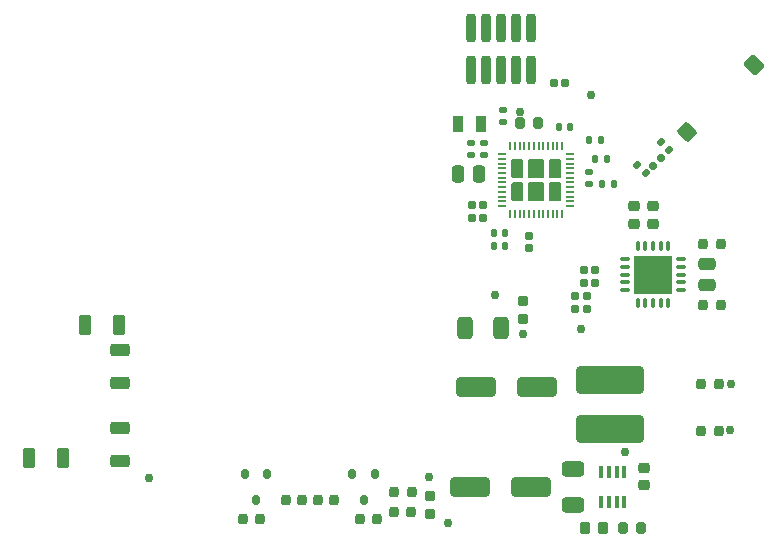
<source format=gtp>
G04 Layer_Color=8421504*
%FSLAX44Y44*%
%MOMM*%
G71*
G01*
G75*
G04:AMPARAMS|DCode=19|XSize=0.6mm|YSize=0.6mm|CornerRadius=0.075mm|HoleSize=0mm|Usage=FLASHONLY|Rotation=90.000|XOffset=0mm|YOffset=0mm|HoleType=Round|Shape=RoundedRectangle|*
%AMROUNDEDRECTD19*
21,1,0.6000,0.4500,0,0,90.0*
21,1,0.4500,0.6000,0,0,90.0*
1,1,0.1500,0.2250,0.2250*
1,1,0.1500,0.2250,-0.2250*
1,1,0.1500,-0.2250,-0.2250*
1,1,0.1500,-0.2250,0.2250*
%
%ADD19ROUNDEDRECTD19*%
G04:AMPARAMS|DCode=21|XSize=2.4mm|YSize=0.8mm|CornerRadius=0.2mm|HoleSize=0mm|Usage=FLASHONLY|Rotation=270.000|XOffset=0mm|YOffset=0mm|HoleType=Round|Shape=RoundedRectangle|*
%AMROUNDEDRECTD21*
21,1,2.4000,0.4000,0,0,270.0*
21,1,2.0000,0.8000,0,0,270.0*
1,1,0.4000,-0.2000,-1.0000*
1,1,0.4000,-0.2000,1.0000*
1,1,0.4000,0.2000,1.0000*
1,1,0.4000,0.2000,-1.0000*
%
%ADD21ROUNDEDRECTD21*%
G04:AMPARAMS|DCode=22|XSize=0.3mm|YSize=0.8mm|CornerRadius=0.045mm|HoleSize=0mm|Usage=FLASHONLY|Rotation=270.000|XOffset=0mm|YOffset=0mm|HoleType=Round|Shape=RoundedRectangle|*
%AMROUNDEDRECTD22*
21,1,0.3000,0.7100,0,0,270.0*
21,1,0.2100,0.8000,0,0,270.0*
1,1,0.0900,-0.3550,-0.1050*
1,1,0.0900,-0.3550,0.1050*
1,1,0.0900,0.3550,0.1050*
1,1,0.0900,0.3550,-0.1050*
%
%ADD22ROUNDEDRECTD22*%
G04:AMPARAMS|DCode=23|XSize=0.3mm|YSize=0.8mm|CornerRadius=0.045mm|HoleSize=0mm|Usage=FLASHONLY|Rotation=180.000|XOffset=0mm|YOffset=0mm|HoleType=Round|Shape=RoundedRectangle|*
%AMROUNDEDRECTD23*
21,1,0.3000,0.7100,0,0,180.0*
21,1,0.2100,0.8000,0,0,180.0*
1,1,0.0900,-0.1050,0.3550*
1,1,0.0900,0.1050,0.3550*
1,1,0.0900,0.1050,-0.3550*
1,1,0.0900,-0.1050,-0.3550*
%
%ADD23ROUNDEDRECTD23*%
%ADD24R,3.2500X3.2500*%
G04:AMPARAMS|DCode=25|XSize=0.42mm|YSize=1.1mm|CornerRadius=0.105mm|HoleSize=0mm|Usage=FLASHONLY|Rotation=0.000|XOffset=0mm|YOffset=0mm|HoleType=Round|Shape=RoundedRectangle|*
%AMROUNDEDRECTD25*
21,1,0.4200,0.8900,0,0,0.0*
21,1,0.2100,1.1000,0,0,0.0*
1,1,0.2100,0.1050,-0.4450*
1,1,0.2100,-0.1050,-0.4450*
1,1,0.2100,-0.1050,0.4450*
1,1,0.2100,0.1050,0.4450*
%
%ADD25ROUNDEDRECTD25*%
G04:AMPARAMS|DCode=26|XSize=0.9mm|YSize=0.8mm|CornerRadius=0.2mm|HoleSize=0mm|Usage=FLASHONLY|Rotation=90.000|XOffset=0mm|YOffset=0mm|HoleType=Round|Shape=RoundedRectangle|*
%AMROUNDEDRECTD26*
21,1,0.9000,0.4000,0,0,90.0*
21,1,0.5000,0.8000,0,0,90.0*
1,1,0.4000,0.2000,0.2500*
1,1,0.4000,0.2000,-0.2500*
1,1,0.4000,-0.2000,-0.2500*
1,1,0.4000,-0.2000,0.2500*
%
%ADD26ROUNDEDRECTD26*%
G04:AMPARAMS|DCode=27|XSize=0.6mm|YSize=0.6mm|CornerRadius=0.075mm|HoleSize=0mm|Usage=FLASHONLY|Rotation=135.000|XOffset=0mm|YOffset=0mm|HoleType=Round|Shape=RoundedRectangle|*
%AMROUNDEDRECTD27*
21,1,0.6000,0.4500,0,0,135.0*
21,1,0.4500,0.6000,0,0,135.0*
1,1,0.1500,0.0000,0.3182*
1,1,0.1500,0.3182,0.0000*
1,1,0.1500,0.0000,-0.3182*
1,1,0.1500,-0.3182,0.0000*
%
%ADD27ROUNDEDRECTD27*%
G04:AMPARAMS|DCode=28|XSize=0.6mm|YSize=0.6mm|CornerRadius=0.075mm|HoleSize=0mm|Usage=FLASHONLY|Rotation=180.000|XOffset=0mm|YOffset=0mm|HoleType=Round|Shape=RoundedRectangle|*
%AMROUNDEDRECTD28*
21,1,0.6000,0.4500,0,0,180.0*
21,1,0.4500,0.6000,0,0,180.0*
1,1,0.1500,-0.2250,0.2250*
1,1,0.1500,0.2250,0.2250*
1,1,0.1500,0.2250,-0.2250*
1,1,0.1500,-0.2250,-0.2250*
%
%ADD28ROUNDEDRECTD28*%
G04:AMPARAMS|DCode=29|XSize=1.7mm|YSize=1.05mm|CornerRadius=0.2625mm|HoleSize=0mm|Usage=FLASHONLY|Rotation=0.000|XOffset=0mm|YOffset=0mm|HoleType=Round|Shape=RoundedRectangle|*
%AMROUNDEDRECTD29*
21,1,1.7000,0.5250,0,0,0.0*
21,1,1.1750,1.0500,0,0,0.0*
1,1,0.5250,0.5875,-0.2625*
1,1,0.5250,-0.5875,-0.2625*
1,1,0.5250,-0.5875,0.2625*
1,1,0.5250,0.5875,0.2625*
%
%ADD29ROUNDEDRECTD29*%
G04:AMPARAMS|DCode=30|XSize=1.7mm|YSize=1.05mm|CornerRadius=0.2625mm|HoleSize=0mm|Usage=FLASHONLY|Rotation=90.000|XOffset=0mm|YOffset=0mm|HoleType=Round|Shape=RoundedRectangle|*
%AMROUNDEDRECTD30*
21,1,1.7000,0.5250,0,0,90.0*
21,1,1.1750,1.0500,0,0,90.0*
1,1,0.5250,0.2625,0.5875*
1,1,0.5250,0.2625,-0.5875*
1,1,0.5250,-0.2625,-0.5875*
1,1,0.5250,-0.2625,0.5875*
%
%ADD30ROUNDEDRECTD30*%
G04:AMPARAMS|DCode=31|XSize=0.9mm|YSize=0.8mm|CornerRadius=0.2mm|HoleSize=0mm|Usage=FLASHONLY|Rotation=180.000|XOffset=0mm|YOffset=0mm|HoleType=Round|Shape=RoundedRectangle|*
%AMROUNDEDRECTD31*
21,1,0.9000,0.4000,0,0,180.0*
21,1,0.5000,0.8000,0,0,180.0*
1,1,0.4000,-0.2500,0.2000*
1,1,0.4000,0.2500,0.2000*
1,1,0.4000,0.2500,-0.2000*
1,1,0.4000,-0.2500,-0.2000*
%
%ADD31ROUNDEDRECTD31*%
G04:AMPARAMS|DCode=32|XSize=1mm|YSize=0.9mm|CornerRadius=0.225mm|HoleSize=0mm|Usage=FLASHONLY|Rotation=90.000|XOffset=0mm|YOffset=0mm|HoleType=Round|Shape=RoundedRectangle|*
%AMROUNDEDRECTD32*
21,1,1.0000,0.4500,0,0,90.0*
21,1,0.5500,0.9000,0,0,90.0*
1,1,0.4500,0.2250,0.2750*
1,1,0.4500,0.2250,-0.2750*
1,1,0.4500,-0.2250,-0.2750*
1,1,0.4500,-0.2250,0.2750*
%
%ADD32ROUNDEDRECTD32*%
G04:AMPARAMS|DCode=33|XSize=0.62mm|YSize=0.56mm|CornerRadius=0.14mm|HoleSize=0mm|Usage=FLASHONLY|Rotation=0.000|XOffset=0mm|YOffset=0mm|HoleType=Round|Shape=RoundedRectangle|*
%AMROUNDEDRECTD33*
21,1,0.6200,0.2800,0,0,0.0*
21,1,0.3400,0.5600,0,0,0.0*
1,1,0.2800,0.1700,-0.1400*
1,1,0.2800,-0.1700,-0.1400*
1,1,0.2800,-0.1700,0.1400*
1,1,0.2800,0.1700,0.1400*
%
%ADD33ROUNDEDRECTD33*%
G04:AMPARAMS|DCode=34|XSize=1.42mm|YSize=0.89mm|CornerRadius=0.2225mm|HoleSize=0mm|Usage=FLASHONLY|Rotation=270.000|XOffset=0mm|YOffset=0mm|HoleType=Round|Shape=RoundedRectangle|*
%AMROUNDEDRECTD34*
21,1,1.4200,0.4450,0,0,270.0*
21,1,0.9750,0.8900,0,0,270.0*
1,1,0.4450,-0.2225,-0.4875*
1,1,0.4450,-0.2225,0.4875*
1,1,0.4450,0.2225,0.4875*
1,1,0.4450,0.2225,-0.4875*
%
%ADD34ROUNDEDRECTD34*%
G04:AMPARAMS|DCode=35|XSize=0.62mm|YSize=0.56mm|CornerRadius=0.14mm|HoleSize=0mm|Usage=FLASHONLY|Rotation=90.000|XOffset=0mm|YOffset=0mm|HoleType=Round|Shape=RoundedRectangle|*
%AMROUNDEDRECTD35*
21,1,0.6200,0.2800,0,0,90.0*
21,1,0.3400,0.5600,0,0,90.0*
1,1,0.2800,0.1400,0.1700*
1,1,0.2800,0.1400,-0.1700*
1,1,0.2800,-0.1400,-0.1700*
1,1,0.2800,-0.1400,0.1700*
%
%ADD35ROUNDEDRECTD35*%
G04:AMPARAMS|DCode=36|XSize=5.7mm|YSize=2.35mm|CornerRadius=0.2938mm|HoleSize=0mm|Usage=FLASHONLY|Rotation=180.000|XOffset=0mm|YOffset=0mm|HoleType=Round|Shape=RoundedRectangle|*
%AMROUNDEDRECTD36*
21,1,5.7000,1.7625,0,0,180.0*
21,1,5.1125,2.3500,0,0,180.0*
1,1,0.5875,-2.5562,0.8812*
1,1,0.5875,2.5562,0.8812*
1,1,0.5875,2.5562,-0.8812*
1,1,0.5875,-2.5562,-0.8812*
%
%ADD36ROUNDEDRECTD36*%
G04:AMPARAMS|DCode=38|XSize=0.2mm|YSize=0.7mm|CornerRadius=0.05mm|HoleSize=0mm|Usage=FLASHONLY|Rotation=0.000|XOffset=0mm|YOffset=0mm|HoleType=Round|Shape=RoundedRectangle|*
%AMROUNDEDRECTD38*
21,1,0.2000,0.6000,0,0,0.0*
21,1,0.1000,0.7000,0,0,0.0*
1,1,0.1000,0.0500,-0.3000*
1,1,0.1000,-0.0500,-0.3000*
1,1,0.1000,-0.0500,0.3000*
1,1,0.1000,0.0500,0.3000*
%
%ADD38ROUNDEDRECTD38*%
G04:AMPARAMS|DCode=39|XSize=0.2mm|YSize=0.7mm|CornerRadius=0.05mm|HoleSize=0mm|Usage=FLASHONLY|Rotation=90.000|XOffset=0mm|YOffset=0mm|HoleType=Round|Shape=RoundedRectangle|*
%AMROUNDEDRECTD39*
21,1,0.2000,0.6000,0,0,90.0*
21,1,0.1000,0.7000,0,0,90.0*
1,1,0.1000,0.3000,0.0500*
1,1,0.1000,0.3000,-0.0500*
1,1,0.1000,-0.3000,-0.0500*
1,1,0.1000,-0.3000,0.0500*
%
%ADD39ROUNDEDRECTD39*%
G04:AMPARAMS|DCode=40|XSize=0.95mm|YSize=0.85mm|CornerRadius=0.2125mm|HoleSize=0mm|Usage=FLASHONLY|Rotation=180.000|XOffset=0mm|YOffset=0mm|HoleType=Round|Shape=RoundedRectangle|*
%AMROUNDEDRECTD40*
21,1,0.9500,0.4250,0,0,180.0*
21,1,0.5250,0.8500,0,0,180.0*
1,1,0.4250,-0.2625,0.2125*
1,1,0.4250,0.2625,0.2125*
1,1,0.4250,0.2625,-0.2125*
1,1,0.4250,-0.2625,-0.2125*
%
%ADD40ROUNDEDRECTD40*%
G04:AMPARAMS|DCode=41|XSize=1.45mm|YSize=1mm|CornerRadius=0.25mm|HoleSize=0mm|Usage=FLASHONLY|Rotation=180.000|XOffset=0mm|YOffset=0mm|HoleType=Round|Shape=RoundedRectangle|*
%AMROUNDEDRECTD41*
21,1,1.4500,0.5000,0,0,180.0*
21,1,0.9500,1.0000,0,0,180.0*
1,1,0.5000,-0.4750,0.2500*
1,1,0.5000,0.4750,0.2500*
1,1,0.5000,0.4750,-0.2500*
1,1,0.5000,-0.4750,-0.2500*
%
%ADD41ROUNDEDRECTD41*%
G04:AMPARAMS|DCode=42|XSize=0.65mm|YSize=0.55mm|CornerRadius=0.1375mm|HoleSize=0mm|Usage=FLASHONLY|Rotation=90.000|XOffset=0mm|YOffset=0mm|HoleType=Round|Shape=RoundedRectangle|*
%AMROUNDEDRECTD42*
21,1,0.6500,0.2750,0,0,90.0*
21,1,0.3750,0.5500,0,0,90.0*
1,1,0.2750,0.1375,0.1875*
1,1,0.2750,0.1375,-0.1875*
1,1,0.2750,-0.1375,-0.1875*
1,1,0.2750,-0.1375,0.1875*
%
%ADD42ROUNDEDRECTD42*%
G04:AMPARAMS|DCode=43|XSize=1.45mm|YSize=1mm|CornerRadius=0.25mm|HoleSize=0mm|Usage=FLASHONLY|Rotation=270.000|XOffset=0mm|YOffset=0mm|HoleType=Round|Shape=RoundedRectangle|*
%AMROUNDEDRECTD43*
21,1,1.4500,0.5000,0,0,270.0*
21,1,0.9500,1.0000,0,0,270.0*
1,1,0.5000,-0.2500,-0.4750*
1,1,0.5000,-0.2500,0.4750*
1,1,0.5000,0.2500,0.4750*
1,1,0.5000,0.2500,-0.4750*
%
%ADD43ROUNDEDRECTD43*%
G04:AMPARAMS|DCode=44|XSize=0.65mm|YSize=0.55mm|CornerRadius=0.1375mm|HoleSize=0mm|Usage=FLASHONLY|Rotation=0.000|XOffset=0mm|YOffset=0mm|HoleType=Round|Shape=RoundedRectangle|*
%AMROUNDEDRECTD44*
21,1,0.6500,0.2750,0,0,0.0*
21,1,0.3750,0.5500,0,0,0.0*
1,1,0.2750,0.1875,-0.1375*
1,1,0.2750,-0.1875,-0.1375*
1,1,0.2750,-0.1875,0.1375*
1,1,0.2750,0.1875,0.1375*
%
%ADD44ROUNDEDRECTD44*%
G04:AMPARAMS|DCode=45|XSize=0.95mm|YSize=0.85mm|CornerRadius=0.2125mm|HoleSize=0mm|Usage=FLASHONLY|Rotation=90.000|XOffset=0mm|YOffset=0mm|HoleType=Round|Shape=RoundedRectangle|*
%AMROUNDEDRECTD45*
21,1,0.9500,0.4250,0,0,90.0*
21,1,0.5250,0.8500,0,0,90.0*
1,1,0.4250,0.2125,0.2625*
1,1,0.4250,0.2125,-0.2625*
1,1,0.4250,-0.2125,-0.2625*
1,1,0.4250,-0.2125,0.2625*
%
%ADD45ROUNDEDRECTD45*%
G04:AMPARAMS|DCode=46|XSize=0.65mm|YSize=0.55mm|CornerRadius=0.1375mm|HoleSize=0mm|Usage=FLASHONLY|Rotation=225.000|XOffset=0mm|YOffset=0mm|HoleType=Round|Shape=RoundedRectangle|*
%AMROUNDEDRECTD46*
21,1,0.6500,0.2750,0,0,225.0*
21,1,0.3750,0.5500,0,0,225.0*
1,1,0.2750,-0.2298,-0.0353*
1,1,0.2750,0.0353,0.2298*
1,1,0.2750,0.2298,0.0353*
1,1,0.2750,-0.0353,-0.2298*
%
%ADD46ROUNDEDRECTD46*%
G04:AMPARAMS|DCode=47|XSize=1.65mm|YSize=3.35mm|CornerRadius=0.33mm|HoleSize=0mm|Usage=FLASHONLY|Rotation=270.000|XOffset=0mm|YOffset=0mm|HoleType=Round|Shape=RoundedRectangle|*
%AMROUNDEDRECTD47*
21,1,1.6500,2.6900,0,0,270.0*
21,1,0.9900,3.3500,0,0,270.0*
1,1,0.6600,-1.3450,-0.4950*
1,1,0.6600,-1.3450,0.4950*
1,1,0.6600,1.3450,0.4950*
1,1,0.6600,1.3450,-0.4950*
%
%ADD47ROUNDEDRECTD47*%
G04:AMPARAMS|DCode=48|XSize=1.9mm|YSize=1.3mm|CornerRadius=0.325mm|HoleSize=0mm|Usage=FLASHONLY|Rotation=270.000|XOffset=0mm|YOffset=0mm|HoleType=Round|Shape=RoundedRectangle|*
%AMROUNDEDRECTD48*
21,1,1.9000,0.6500,0,0,270.0*
21,1,1.2500,1.3000,0,0,270.0*
1,1,0.6500,-0.3250,-0.6250*
1,1,0.6500,-0.3250,0.6250*
1,1,0.6500,0.3250,0.6250*
1,1,0.6500,0.3250,-0.6250*
%
%ADD48ROUNDEDRECTD48*%
G04:AMPARAMS|DCode=49|XSize=1.9mm|YSize=1.3mm|CornerRadius=0.325mm|HoleSize=0mm|Usage=FLASHONLY|Rotation=180.000|XOffset=0mm|YOffset=0mm|HoleType=Round|Shape=RoundedRectangle|*
%AMROUNDEDRECTD49*
21,1,1.9000,0.6500,0,0,180.0*
21,1,1.2500,1.3000,0,0,180.0*
1,1,0.6500,-0.6250,0.3250*
1,1,0.6500,0.6250,0.3250*
1,1,0.6500,0.6250,-0.3250*
1,1,0.6500,-0.6250,-0.3250*
%
%ADD49ROUNDEDRECTD49*%
G04:AMPARAMS|DCode=50|XSize=1.2mm|YSize=1.5mm|CornerRadius=0.18mm|HoleSize=0mm|Usage=FLASHONLY|Rotation=225.000|XOffset=0mm|YOffset=0mm|HoleType=Round|Shape=RoundedRectangle|*
%AMROUNDEDRECTD50*
21,1,1.2000,1.1400,0,0,225.0*
21,1,0.8400,1.5000,0,0,225.0*
1,1,0.3600,-0.7000,0.1061*
1,1,0.3600,-0.1061,0.7000*
1,1,0.3600,0.7000,-0.1061*
1,1,0.3600,0.1061,-0.7000*
%
%ADD50ROUNDEDRECTD50*%
G04:AMPARAMS|DCode=51|XSize=1.2mm|YSize=1.4mm|CornerRadius=0.21mm|HoleSize=0mm|Usage=FLASHONLY|Rotation=225.000|XOffset=0mm|YOffset=0mm|HoleType=Round|Shape=RoundedRectangle|*
%AMROUNDEDRECTD51*
21,1,1.2000,0.9800,0,0,225.0*
21,1,0.7800,1.4000,0,0,225.0*
1,1,0.4200,-0.6223,0.0707*
1,1,0.4200,-0.0707,0.6223*
1,1,0.4200,0.6223,-0.0707*
1,1,0.4200,0.0707,-0.6223*
%
%ADD51ROUNDEDRECTD51*%
%ADD72C,0.7600*%
G04:AMPARAMS|DCode=73|XSize=0.61mm|YSize=0.81mm|CornerRadius=0.1425mm|HoleSize=0mm|Usage=FLASHONLY|Rotation=0.000|XOffset=0mm|YOffset=0mm|HoleType=Round|Shape=RoundedRectangle|*
%AMROUNDEDRECTD73*
21,1,0.6100,0.5250,0,0,0.0*
21,1,0.3250,0.8100,0,0,0.0*
1,1,0.2850,0.1625,-0.2625*
1,1,0.2850,-0.1625,-0.2625*
1,1,0.2850,-0.1625,0.2625*
1,1,0.2850,0.1625,0.2625*
%
%ADD73ROUNDEDRECTD73*%
G36*
X460999Y307999D02*
X462001Y306999D01*
X461999Y292999D01*
X461000Y292000D01*
X449000Y292000D01*
X448000Y293000D01*
X448001Y307001D01*
X449000Y308000D01*
X460999Y307999D01*
D02*
G37*
G36*
X444000Y307000D02*
X443999Y292999D01*
X443000Y292000D01*
X435000Y292000D01*
X434001Y293000D01*
X434000Y307000D01*
X434999Y307999D01*
X442999Y307999D01*
X444000Y307000D01*
D02*
G37*
G36*
X476000D02*
X475999Y292999D01*
X475000Y292000D01*
X467000Y292000D01*
X466001Y293000D01*
X466000Y307000D01*
X466999Y307999D01*
X474999Y307999D01*
X476000Y307000D01*
D02*
G37*
G36*
X474999Y328000D02*
X476000Y327000D01*
X475999Y312999D01*
X475000Y312000D01*
X467000D01*
X466000Y313000D01*
X466000Y327000D01*
X467001Y328001D01*
X474999Y328000D01*
D02*
G37*
G36*
X444000Y327000D02*
X443999Y312999D01*
X443000Y312000D01*
X435000D01*
X434000Y313000D01*
X434000Y327000D01*
X434999Y327999D01*
X442999Y328000D01*
X444000Y327000D01*
D02*
G37*
G36*
X462001Y326998D02*
X462000Y312999D01*
X460999Y311999D01*
X449001Y312000D01*
X447999Y313000D01*
X448001Y327001D01*
X448999Y327999D01*
X460999Y328000D01*
X462001Y326998D01*
D02*
G37*
D19*
X400700Y277500D02*
D03*
X410300D02*
D03*
X400700Y288500D02*
D03*
X410300D02*
D03*
X497798Y200492D02*
D03*
X488198D02*
D03*
X497798Y211495D02*
D03*
X488198D02*
D03*
X495197Y222498D02*
D03*
X504797D02*
D03*
Y233500D02*
D03*
X495197D02*
D03*
X479800Y392000D02*
D03*
X470200D02*
D03*
D21*
X399600Y403000D02*
D03*
Y439000D02*
D03*
X412300Y403000D02*
D03*
Y439000D02*
D03*
X425000Y403000D02*
D03*
Y439000D02*
D03*
X437700Y403000D02*
D03*
Y439000D02*
D03*
X450400Y403000D02*
D03*
Y439000D02*
D03*
D22*
X578000Y217000D02*
D03*
Y223500D02*
D03*
Y230000D02*
D03*
Y236500D02*
D03*
Y243000D02*
D03*
X530000D02*
D03*
Y236500D02*
D03*
Y230000D02*
D03*
Y223500D02*
D03*
Y217000D02*
D03*
D23*
X567000Y254000D02*
D03*
X560500D02*
D03*
X554000D02*
D03*
X547500D02*
D03*
X541000D02*
D03*
Y206000D02*
D03*
X547500D02*
D03*
X554000D02*
D03*
X560500D02*
D03*
X567000D02*
D03*
D24*
X554000Y230000D02*
D03*
D25*
X516750Y37000D02*
D03*
X529750D02*
D03*
X523250D02*
D03*
X510250D02*
D03*
X529750Y63000D02*
D03*
X510250Y63000D02*
D03*
X516750D02*
D03*
X523250Y63000D02*
D03*
D26*
X611497Y256000D02*
D03*
X596497D02*
D03*
X611497Y204498D02*
D03*
X596497D02*
D03*
X221500Y23000D02*
D03*
X206500D02*
D03*
X305500D02*
D03*
X320500D02*
D03*
X595000Y137500D02*
D03*
X610000D02*
D03*
X595000Y97500D02*
D03*
X610000D02*
D03*
X349500Y45503D02*
D03*
X334500D02*
D03*
X257000Y39000D02*
D03*
X243000D02*
D03*
X284000D02*
D03*
X270000D02*
D03*
X335000Y29000D02*
D03*
X349000D02*
D03*
D27*
X560894Y328794D02*
D03*
X554106Y322006D02*
D03*
D28*
X449000Y252700D02*
D03*
Y262300D02*
D03*
D29*
X103000Y100250D02*
D03*
Y71750D02*
D03*
X103000Y166250D02*
D03*
Y137750D02*
D03*
D30*
X54250Y75000D02*
D03*
X25750D02*
D03*
X101753Y187000D02*
D03*
X73253D02*
D03*
D31*
X444000Y192500D02*
D03*
X444000Y207500D02*
D03*
X365000Y42500D02*
D03*
Y27500D02*
D03*
D32*
X496500Y15000D02*
D03*
X511500D02*
D03*
D33*
X427000Y369000D02*
D03*
Y359000D02*
D03*
D34*
X408097Y357505D02*
D03*
X388897D02*
D03*
D35*
X520500Y306400D02*
D03*
X510500D02*
D03*
D36*
X517500Y99000D02*
D03*
X517500Y141000D02*
D03*
D38*
X433000Y339000D02*
D03*
X437000D02*
D03*
X441000D02*
D03*
X445000D02*
D03*
X449000D02*
D03*
X453000D02*
D03*
X457000D02*
D03*
X461000D02*
D03*
X465000D02*
D03*
X469000D02*
D03*
X473000D02*
D03*
X477000D02*
D03*
X477000Y281000D02*
D03*
X473000D02*
D03*
X469000D02*
D03*
X465000D02*
D03*
X461000D02*
D03*
X457000D02*
D03*
X453000D02*
D03*
X449000D02*
D03*
X445000D02*
D03*
X441000D02*
D03*
X437000D02*
D03*
X433000D02*
D03*
D39*
X484000Y332000D02*
D03*
Y328000D02*
D03*
Y324000D02*
D03*
Y320000D02*
D03*
Y316000D02*
D03*
Y312000D02*
D03*
Y308000D02*
D03*
Y304000D02*
D03*
Y300000D02*
D03*
Y296000D02*
D03*
Y292000D02*
D03*
Y288000D02*
D03*
X426000Y288000D02*
D03*
Y292000D02*
D03*
Y296000D02*
D03*
Y300000D02*
D03*
Y304000D02*
D03*
Y308000D02*
D03*
Y312000D02*
D03*
X426000Y316000D02*
D03*
X426000Y320000D02*
D03*
Y324000D02*
D03*
Y328000D02*
D03*
Y332000D02*
D03*
D40*
X537998Y273002D02*
D03*
X537998Y288002D02*
D03*
X554000D02*
D03*
Y273002D02*
D03*
X546000Y51500D02*
D03*
Y66500D02*
D03*
D41*
X600000Y239000D02*
D03*
Y221000D02*
D03*
D42*
X505000Y327503D02*
D03*
X515000D02*
D03*
X509500Y343500D02*
D03*
X499500D02*
D03*
X474000Y354502D02*
D03*
X484000D02*
D03*
X419000Y254495D02*
D03*
X429000D02*
D03*
X419000Y265497D02*
D03*
X429000D02*
D03*
D43*
X406500Y315000D02*
D03*
X388500D02*
D03*
D44*
X410498Y331003D02*
D03*
Y341003D02*
D03*
X399495Y331003D02*
D03*
Y341003D02*
D03*
X499500Y316800D02*
D03*
Y306800D02*
D03*
D45*
X441500Y358000D02*
D03*
X456500D02*
D03*
X543503Y15000D02*
D03*
X528503D02*
D03*
D46*
X560465Y342536D02*
D03*
X567536Y335465D02*
D03*
X540664Y322735D02*
D03*
X547735Y315665D02*
D03*
D47*
X404000Y135000D02*
D03*
X456000D02*
D03*
X399000Y50000D02*
D03*
X451000Y50000D02*
D03*
D48*
X425000Y185000D02*
D03*
X395000D02*
D03*
D49*
X486502Y65000D02*
D03*
X486502Y35000D02*
D03*
D50*
X639284Y407284D02*
D03*
D51*
X582716Y350716D02*
D03*
D72*
X441500Y368000D02*
D03*
X420500Y213000D02*
D03*
X380500Y20000D02*
D03*
X364500Y59000D02*
D03*
X444000Y179500D02*
D03*
X530500Y79500D02*
D03*
X493000Y184000D02*
D03*
X127500Y57500D02*
D03*
X619500Y98000D02*
D03*
X620000Y137500D02*
D03*
X501500Y382000D02*
D03*
D73*
X309000Y38750D02*
D03*
X318500Y61250D02*
D03*
X299500D02*
D03*
X208500D02*
D03*
X227500D02*
D03*
X218000Y38750D02*
D03*
M02*

</source>
